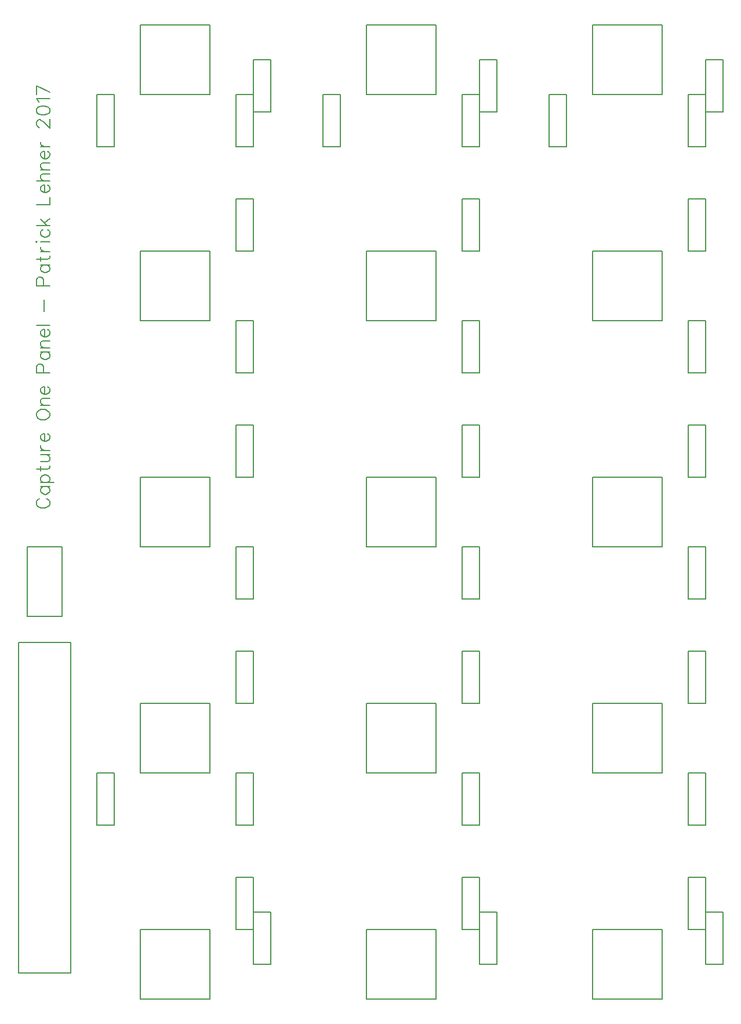
<source format=gto>
G04 ---------------------------- Layer name :TOP SILK LAYER*
G04 easyEDA 0.1*
G04 Scale: 100 percent, Rotated: No, Reflected: No *
G04 Dimensions in inches *
G04 leading zeros omitted , absolute positions ,2 integer and 4 * 
%FSLAX24Y24*%
%MOIN*%
G90*
G70D02*

%ADD11C,0.007874*%
%ADD12C,0.008000*%

%LPD*%
G54D11*
G01X38999Y104500D02*
G01X38999Y105000D01*
G01X34999Y105000D01*
G01X34999Y101000D01*
G01X38999Y101000D01*
G01X38999Y104500D01*
G01X25998Y104501D02*
G01X25998Y105001D01*
G01X21998Y105001D01*
G01X21998Y101001D01*
G01X25998Y101001D01*
G01X25998Y104501D01*
G01X25998Y117501D02*
G01X25998Y118001D01*
G01X21998Y118001D01*
G01X21998Y114001D01*
G01X25998Y114001D01*
G01X25998Y117501D01*
G01X38998Y117501D02*
G01X38998Y118001D01*
G01X34998Y118001D01*
G01X34998Y114001D01*
G01X38998Y114001D01*
G01X38998Y117501D01*
G01X12998Y117501D02*
G01X12998Y118001D01*
G01X8998Y118001D01*
G01X8998Y114001D01*
G01X12998Y114001D01*
G01X12998Y117501D01*
G01X12998Y104501D02*
G01X12998Y105001D01*
G01X8998Y105001D01*
G01X8998Y101001D01*
G01X12998Y101001D01*
G01X12998Y104501D01*
G01X12998Y91501D02*
G01X12998Y92001D01*
G01X8998Y92001D01*
G01X8998Y88001D01*
G01X12998Y88001D01*
G01X12998Y91501D01*
G01X12998Y78501D02*
G01X12998Y79001D01*
G01X8998Y79001D01*
G01X8998Y75001D01*
G01X12998Y75001D01*
G01X12998Y78501D01*
G01X12998Y65501D02*
G01X12998Y66001D01*
G01X8998Y66001D01*
G01X8998Y62001D01*
G01X12998Y62001D01*
G01X12998Y65501D01*
G01X25998Y91501D02*
G01X25998Y92001D01*
G01X21998Y92001D01*
G01X21998Y88001D01*
G01X25998Y88001D01*
G01X25998Y91501D01*
G01X25998Y78501D02*
G01X25998Y79001D01*
G01X21998Y79001D01*
G01X21998Y75001D01*
G01X25998Y75001D01*
G01X25998Y78501D01*
G01X25998Y65501D02*
G01X25998Y66001D01*
G01X21998Y66001D01*
G01X21998Y62001D01*
G01X25998Y62001D01*
G01X25998Y65501D01*
G01X38998Y91501D02*
G01X38998Y92001D01*
G01X34998Y92001D01*
G01X34998Y88001D01*
G01X38998Y88001D01*
G01X38998Y91501D01*
G01X38998Y78501D02*
G01X38998Y79001D01*
G01X34998Y79001D01*
G01X34998Y75001D01*
G01X38998Y75001D01*
G01X38998Y78501D01*
G01X38998Y65501D02*
G01X38998Y66001D01*
G01X34998Y66001D01*
G01X34998Y62001D01*
G01X38998Y62001D01*
G01X38998Y65501D01*
G01X7500Y114000D02*
G01X6500Y114000D01*
G01X6500Y111000D01*
G01X7500Y111000D01*
G01X7500Y114000D01*
G01X15498Y114001D02*
G01X14498Y114001D01*
G01X14498Y111001D01*
G01X15498Y111001D01*
G01X15498Y114001D01*
G01X16498Y116001D02*
G01X15498Y116001D01*
G01X15498Y113001D01*
G01X16498Y113001D01*
G01X16498Y116001D01*
G01X29498Y116001D02*
G01X28498Y116001D01*
G01X28498Y113001D01*
G01X29498Y113001D01*
G01X29498Y116001D01*
G01X28498Y114001D02*
G01X27498Y114001D01*
G01X27498Y111001D01*
G01X28498Y111001D01*
G01X28498Y114001D01*
G01X41498Y114001D02*
G01X40498Y114001D01*
G01X40498Y111001D01*
G01X41498Y111001D01*
G01X41498Y114001D01*
G01X42498Y116001D02*
G01X41498Y116001D01*
G01X41498Y113001D01*
G01X42498Y113001D01*
G01X42498Y116001D01*
G01X41498Y108001D02*
G01X40498Y108001D01*
G01X40498Y105001D01*
G01X41498Y105001D01*
G01X41498Y108001D01*
G01X28498Y108001D02*
G01X27498Y108001D01*
G01X27498Y105001D01*
G01X28498Y105001D01*
G01X28498Y108001D01*
G01X15498Y108001D02*
G01X14498Y108001D01*
G01X14498Y105001D01*
G01X15498Y105001D01*
G01X15498Y108001D01*
G01X15498Y101001D02*
G01X14498Y101001D01*
G01X14498Y98001D01*
G01X15498Y98001D01*
G01X15498Y101001D01*
G01X28498Y101001D02*
G01X27498Y101001D01*
G01X27498Y98001D01*
G01X28498Y98001D01*
G01X28498Y101001D01*
G01X41498Y101001D02*
G01X40498Y101001D01*
G01X40498Y98001D01*
G01X41498Y98001D01*
G01X41498Y101001D01*
G01X41498Y95001D02*
G01X40498Y95001D01*
G01X40498Y92001D01*
G01X41498Y92001D01*
G01X41498Y95001D01*
G01X28498Y95001D02*
G01X27498Y95001D01*
G01X27498Y92001D01*
G01X28498Y92001D01*
G01X28498Y95001D01*
G01X15498Y95001D02*
G01X14498Y95001D01*
G01X14498Y92001D01*
G01X15498Y92001D01*
G01X15498Y95001D01*
G01X15498Y88001D02*
G01X14498Y88001D01*
G01X14498Y85001D01*
G01X15498Y85001D01*
G01X15498Y88001D01*
G01X28498Y88001D02*
G01X27498Y88001D01*
G01X27498Y85001D01*
G01X28498Y85001D01*
G01X28498Y88001D01*
G01X41498Y88001D02*
G01X40498Y88001D01*
G01X40498Y85001D01*
G01X41498Y85001D01*
G01X41498Y88001D01*
G01X41498Y82001D02*
G01X40498Y82001D01*
G01X40498Y79001D01*
G01X41498Y79001D01*
G01X41498Y82001D01*
G01X28498Y82001D02*
G01X27498Y82001D01*
G01X27498Y79001D01*
G01X28498Y79001D01*
G01X28498Y82001D01*
G01X15498Y82001D02*
G01X14498Y82001D01*
G01X14498Y79001D01*
G01X15498Y79001D01*
G01X15498Y82001D01*
G01X7498Y75001D02*
G01X6498Y75001D01*
G01X6498Y72001D01*
G01X7498Y72001D01*
G01X7498Y75001D01*
G01X15498Y75001D02*
G01X14498Y75001D01*
G01X14498Y72001D01*
G01X15498Y72001D01*
G01X15498Y75001D01*
G01X28498Y75001D02*
G01X27498Y75001D01*
G01X27498Y72001D01*
G01X28498Y72001D01*
G01X28498Y75001D01*
G01X41498Y75001D02*
G01X40498Y75001D01*
G01X40498Y72001D01*
G01X41498Y72001D01*
G01X41498Y75001D01*
G01X15498Y69001D02*
G01X14498Y69001D01*
G01X14498Y66001D01*
G01X15498Y66001D01*
G01X15498Y69001D01*
G01X16498Y67001D02*
G01X15498Y67001D01*
G01X15498Y64001D01*
G01X16498Y64001D01*
G01X16498Y67001D01*
G01X28498Y69001D02*
G01X27498Y69001D01*
G01X27498Y66001D01*
G01X28498Y66001D01*
G01X28498Y69001D01*
G01X29498Y67001D02*
G01X28498Y67001D01*
G01X28498Y64001D01*
G01X29498Y64001D01*
G01X29498Y67001D01*
G01X41498Y69001D02*
G01X40498Y69001D01*
G01X40498Y66001D01*
G01X41498Y66001D01*
G01X41498Y69001D01*
G01X42498Y67001D02*
G01X41498Y67001D01*
G01X41498Y64001D01*
G01X42498Y64001D01*
G01X42498Y67001D01*
G01X2500Y88000D02*
G01X4500Y88000D01*
G01X4500Y84000D01*
G01X2500Y84000D01*
G01X2500Y88000D01*
G01X5000Y64000D02*
G01X5000Y63500D01*
G01X2000Y63500D01*
G01X2000Y82500D01*
G01X5000Y82500D01*
G01X5000Y64000D01*
G01X33500Y114000D02*
G01X32500Y114000D01*
G01X32500Y111000D01*
G01X33500Y111000D01*
G01X33500Y114000D01*
G01X20500Y114000D02*
G01X19500Y114000D01*
G01X19500Y111000D01*
G01X20500Y111000D01*
G01X20500Y114000D01*
G54D12*
G01X3217Y90769D02*
G01X3146Y90733D01*
G01X3073Y90659D01*
G01X3036Y90588D01*
G01X3036Y90442D01*
G01X3073Y90369D01*
G01X3146Y90296D01*
G01X3217Y90259D01*
G01X3326Y90223D01*
G01X3509Y90223D01*
G01X3617Y90259D01*
G01X3690Y90296D01*
G01X3763Y90369D01*
G01X3800Y90442D01*
G01X3800Y90588D01*
G01X3763Y90659D01*
G01X3690Y90733D01*
G01X3617Y90769D01*
G01X3290Y91446D02*
G01X3800Y91446D01*
G01X3400Y91446D02*
G01X3326Y91373D01*
G01X3290Y91300D01*
G01X3290Y91190D01*
G01X3326Y91119D01*
G01X3400Y91046D01*
G01X3509Y91009D01*
G01X3582Y91009D01*
G01X3690Y91046D01*
G01X3763Y91119D01*
G01X3800Y91190D01*
G01X3800Y91300D01*
G01X3763Y91373D01*
G01X3690Y91446D01*
G01X3290Y91686D02*
G01X4055Y91686D01*
G01X3400Y91686D02*
G01X3326Y91759D01*
G01X3290Y91831D01*
G01X3290Y91940D01*
G01X3326Y92013D01*
G01X3400Y92086D01*
G01X3509Y92121D01*
G01X3582Y92121D01*
G01X3690Y92086D01*
G01X3763Y92013D01*
G01X3800Y91940D01*
G01X3800Y91831D01*
G01X3763Y91759D01*
G01X3690Y91686D01*
G01X3036Y92471D02*
G01X3655Y92471D01*
G01X3763Y92508D01*
G01X3800Y92580D01*
G01X3800Y92653D01*
G01X3290Y92361D02*
G01X3290Y92617D01*
G01X3290Y92892D02*
G01X3655Y92892D01*
G01X3763Y92929D01*
G01X3800Y93002D01*
G01X3800Y93111D01*
G01X3763Y93184D01*
G01X3655Y93292D01*
G01X3290Y93292D02*
G01X3800Y93292D01*
G01X3290Y93533D02*
G01X3800Y93533D01*
G01X3509Y93533D02*
G01X3400Y93569D01*
G01X3326Y93642D01*
G01X3290Y93715D01*
G01X3290Y93823D01*
G01X3509Y94063D02*
G01X3509Y94500D01*
G01X3436Y94500D01*
G01X3363Y94463D01*
G01X3326Y94428D01*
G01X3290Y94355D01*
G01X3290Y94246D01*
G01X3326Y94173D01*
G01X3400Y94100D01*
G01X3509Y94063D01*
G01X3582Y94063D01*
G01X3690Y94100D01*
G01X3763Y94173D01*
G01X3800Y94246D01*
G01X3800Y94355D01*
G01X3763Y94428D01*
G01X3690Y94500D01*
G01X3036Y95519D02*
G01X3073Y95446D01*
G01X3146Y95373D01*
G01X3217Y95336D01*
G01X3326Y95300D01*
G01X3509Y95300D01*
G01X3617Y95336D01*
G01X3690Y95373D01*
G01X3763Y95446D01*
G01X3800Y95519D01*
G01X3800Y95663D01*
G01X3763Y95736D01*
G01X3690Y95809D01*
G01X3617Y95846D01*
G01X3509Y95882D01*
G01X3326Y95882D01*
G01X3217Y95846D01*
G01X3146Y95809D01*
G01X3073Y95736D01*
G01X3036Y95663D01*
G01X3036Y95519D01*
G01X3290Y96121D02*
G01X3800Y96121D01*
G01X3436Y96121D02*
G01X3326Y96231D01*
G01X3290Y96304D01*
G01X3290Y96413D01*
G01X3326Y96486D01*
G01X3436Y96521D01*
G01X3800Y96521D01*
G01X3509Y96761D02*
G01X3509Y97198D01*
G01X3436Y97198D01*
G01X3363Y97161D01*
G01X3326Y97126D01*
G01X3290Y97053D01*
G01X3290Y96944D01*
G01X3326Y96871D01*
G01X3400Y96798D01*
G01X3509Y96761D01*
G01X3582Y96761D01*
G01X3690Y96798D01*
G01X3763Y96871D01*
G01X3800Y96944D01*
G01X3800Y97053D01*
G01X3763Y97126D01*
G01X3690Y97198D01*
G01X3036Y97998D02*
G01X3800Y97998D01*
G01X3036Y97998D02*
G01X3036Y98326D01*
G01X3073Y98434D01*
G01X3109Y98471D01*
G01X3182Y98508D01*
G01X3290Y98508D01*
G01X3363Y98471D01*
G01X3400Y98434D01*
G01X3436Y98326D01*
G01X3436Y97998D01*
G01X3290Y99184D02*
G01X3800Y99184D01*
G01X3400Y99184D02*
G01X3326Y99111D01*
G01X3290Y99038D01*
G01X3290Y98929D01*
G01X3326Y98857D01*
G01X3400Y98784D01*
G01X3509Y98748D01*
G01X3582Y98748D01*
G01X3690Y98784D01*
G01X3763Y98857D01*
G01X3800Y98929D01*
G01X3800Y99038D01*
G01X3763Y99111D01*
G01X3690Y99184D01*
G01X3290Y99423D02*
G01X3800Y99423D01*
G01X3436Y99423D02*
G01X3326Y99533D01*
G01X3290Y99606D01*
G01X3290Y99715D01*
G01X3326Y99788D01*
G01X3436Y99823D01*
G01X3800Y99823D01*
G01X3509Y100063D02*
G01X3509Y100500D01*
G01X3436Y100500D01*
G01X3363Y100463D01*
G01X3326Y100428D01*
G01X3290Y100355D01*
G01X3290Y100246D01*
G01X3326Y100173D01*
G01X3400Y100100D01*
G01X3509Y100063D01*
G01X3582Y100063D01*
G01X3690Y100100D01*
G01X3763Y100173D01*
G01X3800Y100246D01*
G01X3800Y100355D01*
G01X3763Y100428D01*
G01X3690Y100500D01*
G01X3036Y100740D02*
G01X3800Y100740D01*
G01X3473Y101540D02*
G01X3473Y102194D01*
G01X3036Y102994D02*
G01X3800Y102994D01*
G01X3036Y102994D02*
G01X3036Y103321D01*
G01X3073Y103431D01*
G01X3109Y103467D01*
G01X3182Y103504D01*
G01X3290Y103504D01*
G01X3363Y103467D01*
G01X3400Y103431D01*
G01X3436Y103321D01*
G01X3436Y102994D01*
G01X3290Y104180D02*
G01X3800Y104180D01*
G01X3400Y104180D02*
G01X3326Y104108D01*
G01X3290Y104034D01*
G01X3290Y103926D01*
G01X3326Y103853D01*
G01X3400Y103780D01*
G01X3509Y103744D01*
G01X3582Y103744D01*
G01X3690Y103780D01*
G01X3763Y103853D01*
G01X3800Y103926D01*
G01X3800Y104034D01*
G01X3763Y104108D01*
G01X3690Y104180D01*
G01X3036Y104529D02*
G01X3655Y104529D01*
G01X3763Y104565D01*
G01X3800Y104638D01*
G01X3800Y104711D01*
G01X3290Y104419D02*
G01X3290Y104675D01*
G01X3290Y104951D02*
G01X3800Y104951D01*
G01X3509Y104951D02*
G01X3400Y104988D01*
G01X3326Y105059D01*
G01X3290Y105133D01*
G01X3290Y105242D01*
G01X3036Y105482D02*
G01X3073Y105519D01*
G01X3036Y105555D01*
G01X3000Y105519D01*
G01X3036Y105482D01*
G01X3290Y105519D02*
G01X3800Y105519D01*
G01X3400Y106231D02*
G01X3326Y106159D01*
G01X3290Y106086D01*
G01X3290Y105977D01*
G01X3326Y105904D01*
G01X3400Y105831D01*
G01X3509Y105794D01*
G01X3582Y105794D01*
G01X3690Y105831D01*
G01X3763Y105904D01*
G01X3800Y105977D01*
G01X3800Y106086D01*
G01X3763Y106159D01*
G01X3690Y106231D01*
G01X3036Y106471D02*
G01X3800Y106471D01*
G01X3290Y106834D02*
G01X3655Y106471D01*
G01X3509Y106617D02*
G01X3800Y106871D01*
G01X3036Y107671D02*
G01X3800Y107671D01*
G01X3800Y107671D02*
G01X3800Y108108D01*
G01X3509Y108348D02*
G01X3509Y108784D01*
G01X3436Y108784D01*
G01X3363Y108748D01*
G01X3326Y108711D01*
G01X3290Y108638D01*
G01X3290Y108529D01*
G01X3326Y108457D01*
G01X3400Y108384D01*
G01X3509Y108348D01*
G01X3582Y108348D01*
G01X3690Y108384D01*
G01X3763Y108457D01*
G01X3800Y108529D01*
G01X3800Y108638D01*
G01X3763Y108711D01*
G01X3690Y108784D01*
G01X3036Y109023D02*
G01X3800Y109023D01*
G01X3436Y109023D02*
G01X3326Y109133D01*
G01X3290Y109206D01*
G01X3290Y109315D01*
G01X3326Y109388D01*
G01X3436Y109423D01*
G01X3800Y109423D01*
G01X3290Y109663D02*
G01X3800Y109663D01*
G01X3436Y109663D02*
G01X3326Y109773D01*
G01X3290Y109846D01*
G01X3290Y109955D01*
G01X3326Y110028D01*
G01X3436Y110063D01*
G01X3800Y110063D01*
G01X3509Y110304D02*
G01X3509Y110740D01*
G01X3436Y110740D01*
G01X3363Y110704D01*
G01X3326Y110667D01*
G01X3290Y110594D01*
G01X3290Y110486D01*
G01X3326Y110413D01*
G01X3400Y110340D01*
G01X3509Y110304D01*
G01X3582Y110304D01*
G01X3690Y110340D01*
G01X3763Y110413D01*
G01X3800Y110486D01*
G01X3800Y110594D01*
G01X3763Y110667D01*
G01X3690Y110740D01*
G01X3290Y110980D02*
G01X3800Y110980D01*
G01X3509Y110980D02*
G01X3400Y111017D01*
G01X3326Y111088D01*
G01X3290Y111161D01*
G01X3290Y111271D01*
G01X3217Y112108D02*
G01X3182Y112108D01*
G01X3109Y112144D01*
G01X3073Y112180D01*
G01X3036Y112253D01*
G01X3036Y112398D01*
G01X3073Y112471D01*
G01X3109Y112508D01*
G01X3182Y112544D01*
G01X3255Y112544D01*
G01X3326Y112508D01*
G01X3436Y112434D01*
G01X3800Y112071D01*
G01X3800Y112580D01*
G01X3036Y113038D02*
G01X3073Y112929D01*
G01X3182Y112857D01*
G01X3363Y112819D01*
G01X3473Y112819D01*
G01X3655Y112857D01*
G01X3763Y112929D01*
G01X3800Y113038D01*
G01X3800Y113111D01*
G01X3763Y113219D01*
G01X3655Y113292D01*
G01X3473Y113329D01*
G01X3363Y113329D01*
G01X3182Y113292D01*
G01X3073Y113219D01*
G01X3036Y113111D01*
G01X3036Y113038D01*
G01X3182Y113569D02*
G01X3146Y113642D01*
G01X3036Y113751D01*
G01X3800Y113751D01*
G01X3036Y114500D02*
G01X3800Y114136D01*
G01X3036Y113990D02*
G01X3036Y114500D01*

M00*
M02*
</source>
